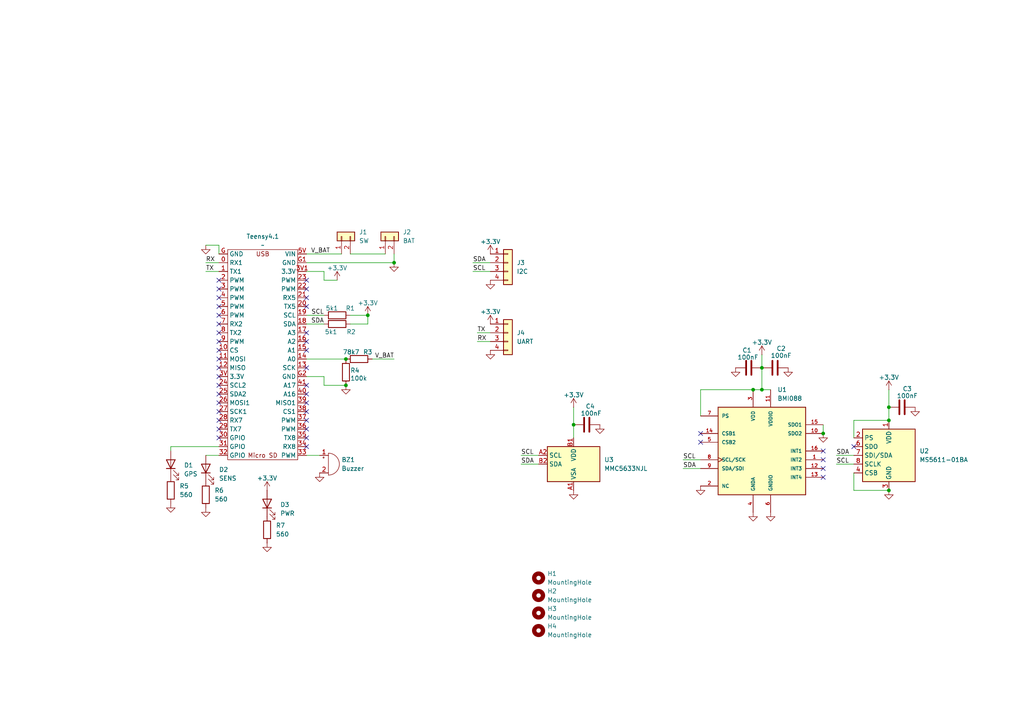
<source format=kicad_sch>
(kicad_sch (version 20250114) (generator "eeschema") (generator_version "9.0")
  (paper "A4")
  (lib_symbols
    (symbol "BMI088:BMI088" (pin_names (offset 1.016))
      (property "Reference" "U" (at 7.62 15.24 0))
      (property "Value" "BMI088" (at 5.08 -15.24 0))
      (symbol "BMI088_0_0"
        (rectangle (start -12.7 12.7) (end 12.7 -12.7) (stroke (width 0.254)) (fill (type background)))
        (pin input line (at -17.78 10.16 0) (length 5.08) (name "PS") (number "7"))
        (pin input line (at -17.78 5.08 0) (length 5.08) (name "CSB1") (number "14"))
        (pin input line (at -17.78 2.54 0) (length 5.08) (name "CSB2") (number "5"))
        (pin input clock (at -17.78 -2.54 0) (length 5.08) (name "SCL/SCK") (number "8"))
        (pin bidirectional line (at -17.78 -5.08 0) (length 5.08) (name "SDA/SDI") (number "9"))
        (pin passive line (at -17.78 -10.16 0) (length 5.08) (name "NC") (number "2"))
        (pin power_in line (at -2.54 17.78 270) (length 5.08) (name "VDD") (number "3"))
        (pin power_in line (at -2.54 -17.78 90) (length 5.08) (name "GNDA") (number "4"))
        (pin power_in line (at 2.54 17.78 270) (length 5.08) (name "VDDIO") (number "11"))
        (pin power_in line (at 2.54 -17.78 90) (length 5.08) (name "GNDIO") (number "6"))
        (pin output line (at 17.78 7.62 180) (length 5.08) (name "SDO1") (number "15"))
        (pin output line (at 17.78 5.08 180) (length 5.08) (name "SDO2") (number "10"))
        (pin bidirectional line (at 17.78 0 180) (length 5.08) (name "INT1") (number "16"))
        (pin bidirectional line (at 17.78 -2.54 180) (length 5.08) (name "INT2") (number "1"))
        (pin bidirectional line (at 17.78 -5.08 180) (length 5.08) (name "INT3") (number "12"))
        (pin bidirectional line (at 17.78 -7.62 180) (length 5.08) (name "INT4") (number "13"))
      )
    )
    (symbol "Connector_Generic:Conn_01x02" (pin_names (offset 1.016) (hide yes))
      (property "Reference" "J" (at 0 2.54 0))
      (property "Value" "Conn_01x02" (at 0 -5.08 0))
      (symbol "Conn_01x02_1_1"
        (rectangle (start -1.27 1.27) (end 1.27 -3.81) (stroke (width 0.254)) (fill (type background)))
        (rectangle (start -1.27 0.127) (end 0 -0.127) (stroke (width 0.1524)))
        (rectangle (start -1.27 -2.413) (end 0 -2.667) (stroke (width 0.1524)))
        (pin passive line (at -5.08 0 0) (length 3.81) (name "Pin_1") (number "1"))
        (pin passive line (at -5.08 -2.54 0) (length 3.81) (name "Pin_2") (number "2"))
      )
    )
    (symbol "Connector_Generic:Conn_01x04" (pin_names (offset 1.016) (hide yes))
      (property "Reference" "J" (at 0 5.08 0))
      (property "Value" "Conn_01x04" (at 0 -7.62 0))
      (symbol "Conn_01x04_1_1"
        (rectangle (start -1.27 3.81) (end 1.27 -6.35) (stroke (width 0.254)) (fill (type background)))
        (rectangle (start -1.27 2.667) (end 0 2.413) (stroke (width 0.1524)))
        (rectangle (start -1.27 0.127) (end 0 -0.127) (stroke (width 0.1524)))
        (rectangle (start -1.27 -2.413) (end 0 -2.667) (stroke (width 0.1524)))
        (rectangle (start -1.27 -4.953) (end 0 -5.207) (stroke (width 0.1524)))
        (pin passive line (at -5.08 2.54 0) (length 3.81) (name "Pin_1") (number "1"))
        (pin passive line (at -5.08 0 0) (length 3.81) (name "Pin_2") (number "2"))
        (pin passive line (at -5.08 -2.54 0) (length 3.81) (name "Pin_3") (number "3"))
        (pin passive line (at -5.08 -5.08 0) (length 3.81) (name "Pin_4") (number "4"))
      )
    )
    (symbol "Device:Buzzer" (pin_names (offset 0.0254) (hide yes))
      (property "Reference" "BZ" (at 3.81 1.27 0))
      (property "Value" "Buzzer" (at 3.81 -1.27 0))
      (symbol "Buzzer_0_1"
        (polyline (pts (xy -1.651 1.905) (xy -1.143 1.905)))
        (polyline (pts (xy -1.397 2.159) (xy -1.397 1.651)))
        (arc (start 0 3.175) (mid 3.1612 0) (end 0 -3.175))
        (polyline (pts (xy 0 3.175) (xy 0 -3.175)))
      )
      (symbol "Buzzer_1_1"
        (pin passive line (at -2.54 2.54 0) (length 2.54) (name "+") (number "1"))
        (pin passive line (at -2.54 -2.54 0) (length 2.54) (name "-") (number "2"))
      )
    )
    (symbol "Device:C" (pin_numbers (hide yes)) (pin_names (offset 0.254))
      (property "Reference" "C" (at 0.635 2.54 0))
      (property "Value" "C" (at 0.635 -2.54 0))
      (symbol "C_0_1"
        (polyline (pts (xy -2.032 0.762) (xy 2.032 0.762)) (stroke (width 0.508)))
        (polyline (pts (xy -2.032 -0.762) (xy 2.032 -0.762)) (stroke (width 0.508)))
      )
      (symbol "C_1_1"
        (pin passive line (at 0 3.81 270) (length 2.794) (name "~") (number "1"))
        (pin passive line (at 0 -3.81 90) (length 2.794) (name "~") (number "2"))
      )
    )
    (symbol "Device:LED" (pin_numbers (hide yes)) (pin_names (offset 1.016) (hide yes))
      (property "Reference" "D" (at 0 2.54 0))
      (property "Value" "LED" (at 0 -2.54 0))
      (symbol "LED_0_1"
        (polyline (pts (xy -3.048 -0.762) (xy -4.572 -2.286) (xy -3.81 -2.286) (xy -4.572 -2.286) (xy -4.572 -1.524)))
        (polyline (pts (xy -1.778 -0.762) (xy -3.302 -2.286) (xy -2.54 -2.286) (xy -3.302 -2.286) (xy -3.302 -1.524)))
        (polyline (pts (xy -1.27 0) (xy 1.27 0)))
        (polyline (pts (xy -1.27 -1.27) (xy -1.27 1.27)) (stroke (width 0.254)))
        (polyline (pts (xy 1.27 -1.27) (xy 1.27 1.27) (xy -1.27 0) (xy 1.27 -1.27)) (stroke (width 0.254)))
      )
      (symbol "LED_1_1"
        (pin passive line (at -3.81 0 0) (length 2.54) (name "K") (number "1"))
        (pin passive line (at 3.81 0 180) (length 2.54) (name "A") (number "2"))
      )
    )
    (symbol "Device:R" (pin_numbers (hide yes)) (pin_names (offset 0))
      (property "Reference" "R" (at 2.032 0 90))
      (property "Value" "R" (at 0 0 90))
      (symbol "R_0_1"
        (rectangle (start -1.016 -2.54) (end 1.016 2.54) (stroke (width 0.254)))
      )
      (symbol "R_1_1"
        (pin passive line (at 0 3.81 270) (length 1.27) (name "~") (number "1"))
        (pin passive line (at 0 -3.81 90) (length 1.27) (name "~") (number "2"))
      )
    )
    (symbol "Mechanical:MountingHole" (pin_names (offset 1.016)) (exclude_from_sim yes) (in_bom no)
      (property "Reference" "H" (at 0 5.08 0))
      (property "Value" "MountingHole" (at 0 3.175 0))
      (symbol "MountingHole_0_1"
        (circle (center 0 0) (radius 1.27) (stroke (width 1.27)))
      )
    )
    (symbol "Sensor_Magnetic:MMC5633NJL"
      (property "Reference" "U" (at -2.54 8.255 0))
      (property "Value" "MMC5633NJL" (at -2.54 6.35 0))
      (symbol "MMC5633NJL_0_1"
        (rectangle (start -7.62 -5.08) (end 7.62 5.08) (stroke (width 0.254)) (fill (type background)))
      )
      (symbol "MMC5633NJL_1_1"
        (pin input line (at -10.16 2.54 0) (length 2.54) (name "SCL") (number "A2"))
        (pin bidirectional line (at -10.16 0 0) (length 2.54) (name "SDA") (number "B2"))
        (pin power_in line (at 0 7.62 270) (length 2.54) (name "VDD") (number "B1"))
        (pin power_in line (at 0 -7.62 90) (length 2.54) (name "VSA") (number "A1"))
      )
    )
    (symbol "Sensor_Pressure:MS5611-01BA"
      (property "Reference" "U" (at -6.35 8.89 0))
      (property "Value" "MS5611-01BA" (at 7.62 8.89 0))
      (symbol "MS5611-01BA_0_1"
        (rectangle (start -7.62 7.62) (end 7.62 -7.62) (stroke (width 0.254)) (fill (type background)))
      )
      (symbol "MS5611-01BA_1_1"
        (pin input line (at -10.16 5.08 0) (length 2.54) (name "PS") (number "2"))
        (pin output line (at -10.16 2.54 0) (length 2.54) (name "SDO") (number "6"))
        (pin bidirectional line (at -10.16 0 0) (length 2.54) (name "SDI/SDA") (number "7"))
        (pin input line (at -10.16 -2.54 0) (length 2.54) (name "SCLK") (number "8"))
        (pin input line (at -10.16 -5.08 0) (length 2.54) (name "CSB") (number "4"))
        (pin input line (at -10.16 -5.08 0) (length 2.54) (hide yes) (name "CSB") (number "5"))
        (pin power_in line (at 0 10.16 270) (length 2.54) (name "VDD") (number "1"))
        (pin power_in line (at 0 -10.16 90) (length 2.54) (name "GND") (number "3"))
      )
    )
    (symbol "power:+3.3V" (power) (pin_numbers (hide yes)) (pin_names (offset 0) (hide yes))
      (property "Value" "+3.3V" (at 0 3.556 0))
      (symbol "+3.3V_0_1"
        (polyline (pts (xy -0.762 1.27) (xy 0 2.54)))
        (polyline (pts (xy 0 2.54) (xy 0.762 1.27)))
        (polyline (pts (xy 0 0) (xy 0 2.54)))
      )
      (symbol "+3.3V_1_1"
        (pin power_in line (at 0 0 90) (length 0) (name "~") (number "1"))
      )
    )
    (symbol "power:GND" (power) (pin_numbers (hide yes)) (pin_names (offset 0) (hide yes))
      (property "Value" "GND" (at 0 -3.81 0))
      (symbol "GND_0_1"
        (polyline (pts (xy 0 0) (xy 0 -1.27) (xy 1.27 -1.27) (xy 0 -2.54) (xy -1.27 -1.27) (xy 0 -1.27)))
      )
      (symbol "GND_1_1"
        (pin power_in line (at 0 0 270) (length 0) (name "~") (number "1"))
      )
    )
    (symbol "teensy:Teensy4.1"
      (property "Reference" "Teensy4.1" (at 0 0 90))
      (symbol "Teensy4.1_0_1"
        (rectangle (start -10.16 30.48) (end 10.16 -30.48))
      )
      (symbol "Teensy4.1_1_1"
        (text "USB" (at 0 29.21 0) (effects (font (size 1.27 1.27))))
        (text "Micro SD" (at 0 -29.21 0) (effects (font (size 1.27 1.27))))
        (pin input line (at -12.7 29.21 0) (length 2.54) (name "GND") (number "G"))
        (pin input line (at -12.7 26.67 0) (length 2.54) (name "RX1") (number "0"))
        (pin input line (at -12.7 24.13 0) (length 2.54) (name "TX1") (number "1"))
        (pin input line (at -12.7 21.59 0) (length 2.54) (name "PWM") (number "2"))
        (pin input line (at -12.7 19.05 0) (length 2.54) (name "PWM") (number "3"))
        (pin input line (at -12.7 16.51 0) (length 2.54) (name "PWM") (number "4"))
        (pin input line (at -12.7 13.97 0) (length 2.54) (name "PWM") (number "5"))
        (pin input line (at -12.7 11.43 0) (length 2.54) (name "PWM") (number "6"))
        (pin input line (at -12.7 8.89 0) (length 2.54) (name "RX2") (number "7"))
        (pin input line (at -12.7 6.35 0) (length 2.54) (name "TX2") (number "8"))
        (pin input line (at -12.7 3.81 0) (length 2.54) (name "PWM") (number "9"))
        (pin input line (at -12.7 1.27 0) (length 2.54) (name "CS") (number "10"))
        (pin input line (at -12.7 -1.27 0) (length 2.54) (name "MOSI") (number "11"))
        (pin input line (at -12.7 -3.81 0) (length 2.54) (name "MISO") (number "12"))
        (pin input line (at -12.7 -6.35 0) (length 2.54) (name "3.3V") (number "3V"))
        (pin input line (at -12.7 -8.89 0) (length 2.54) (name "SCL2") (number "24"))
        (pin input line (at -12.7 -11.43 0) (length 2.54) (name "SDA2") (number "25"))
        (pin input line (at -12.7 -13.97 0) (length 2.54) (name "MOSI1") (number "26"))
        (pin input line (at -12.7 -16.51 0) (length 2.54) (name "SCK1") (number "27"))
        (pin input line (at -12.7 -19.05 0) (length 2.54) (name "RX7") (number "28"))
        (pin input line (at -12.7 -21.59 0) (length 2.54) (name "TX7") (number "29"))
        (pin input line (at -12.7 -24.13 0) (length 2.54) (name "GPIO") (number "30"))
        (pin input line (at -12.7 -26.67 0) (length 2.54) (name "GPIO") (number "31"))
        (pin input line (at -12.7 -29.21 0) (length 2.54) (name "GPIO") (number "32"))
        (pin input line (at 12.7 29.21 180) (length 2.54) (name "VIN") (number "5V"))
        (pin input line (at 12.7 26.67 180) (length 2.54) (name "GND") (number "G1"))
        (pin input line (at 12.7 24.13 180) (length 2.54) (name "3.3V") (number "3V1"))
        (pin input line (at 12.7 21.59 180) (length 2.54) (name "PWM") (number "23"))
        (pin input line (at 12.7 19.05 180) (length 2.54) (name "PWM") (number "22"))
        (pin input line (at 12.7 16.51 180) (length 2.54) (name "RX5") (number "21"))
        (pin input line (at 12.7 13.97 180) (length 2.54) (name "TX5") (number "20"))
        (pin input line (at 12.7 11.43 180) (length 2.54) (name "SCL") (number "19"))
        (pin input line (at 12.7 8.89 180) (length 2.54) (name "SDA") (number "18"))
        (pin input line (at 12.7 6.35 180) (length 2.54) (name "A3") (number "17"))
        (pin input line (at 12.7 3.81 180) (length 2.54) (name "A2") (number "16"))
        (pin input line (at 12.7 1.27 180) (length 2.54) (name "A1") (number "15"))
        (pin input line (at 12.7 -1.27 180) (length 2.54) (name "A0") (number "14"))
        (pin input line (at 12.7 -3.81 180) (length 2.54) (name "SCK") (number "13"))
        (pin input line (at 12.7 -6.35 180) (length 2.54) (name "GND") (number "G2"))
        (pin input line (at 12.7 -8.89 180) (length 2.54) (name "A17") (number "41"))
        (pin input line (at 12.7 -11.43 180) (length 2.54) (name "A16") (number "40"))
        (pin input line (at 12.7 -13.97 180) (length 2.54) (name "MISO1") (number "39"))
        (pin input line (at 12.7 -16.51 180) (length 2.54) (name "CS1") (number "38"))
        (pin input line (at 12.7 -19.05 180) (length 2.54) (name "PWM") (number "37"))
        (pin input line (at 12.7 -21.59 180) (length 2.54) (name "PWM") (number "36"))
        (pin input line (at 12.7 -24.13 180) (length 2.54) (name "TX8") (number "35"))
        (pin input line (at 12.7 -26.67 180) (length 2.54) (name "RX8") (number "34"))
        (pin input line (at 12.7 -29.21 180) (length 2.54) (name "PWM") (number "33"))
      )
    )
  )
  (junction (at 106.68 91.44))
  (junction (at 238.76 125.73))
  (junction (at 166.37 123.19))
  (junction (at 257.81 142.24))
  (junction (at 257.81 121.92))
  (junction (at 114.3 76.2))
  (junction (at 100.33 111.76))
  (junction (at 220.98 106.68))
  (junction (at 100.33 104.14))
  (junction (at 218.44 113.03))
  (junction (at 257.81 118.11))
  (junction (at 220.98 113.03))
  (no_connect (at 63.5 88.9))
  (no_connect (at 63.5 106.68))
  (no_connect (at 88.9 124.46))
  (no_connect (at 63.5 101.6))
  (no_connect (at 203.2 125.73))
  (no_connect (at 88.9 129.54))
  (no_connect (at 88.9 96.52))
  (no_connect (at 63.5 86.36))
  (no_connect (at 63.5 109.22))
  (no_connect (at 238.76 133.35))
  (no_connect (at 238.76 135.89))
  (no_connect (at 88.9 83.82))
  (no_connect (at 63.5 93.98))
  (no_connect (at 63.5 83.82))
  (no_connect (at 88.9 111.76))
  (no_connect (at 88.9 99.06))
  (no_connect (at 88.9 127))
  (no_connect (at 63.5 127))
  (no_connect (at 88.9 119.38))
  (no_connect (at 88.9 106.68))
  (no_connect (at 63.5 119.38))
  (no_connect (at 88.9 116.84))
  (no_connect (at 247.65 129.54))
  (no_connect (at 203.2 128.27))
  (no_connect (at 63.5 114.3))
  (no_connect (at 63.5 116.84))
  (no_connect (at 63.5 121.92))
  (no_connect (at 88.9 121.92))
  (no_connect (at 88.9 86.36))
  (no_connect (at 88.9 88.9))
  (no_connect (at 63.5 81.28))
  (no_connect (at 63.5 124.46))
  (no_connect (at 88.9 81.28))
  (no_connect (at 63.5 91.44))
  (no_connect (at 63.5 104.14))
  (no_connect (at 63.5 111.76))
  (no_connect (at 238.76 130.81))
  (no_connect (at 88.9 101.6))
  (no_connect (at 63.5 96.52))
  (no_connect (at 63.5 99.06))
  (no_connect (at 238.76 138.43))
  (no_connect (at 88.9 114.3))
  (wire (pts (xy 49.53 129.54) (xy 49.53 130.81)))
  (wire (pts (xy 218.44 113.03) (xy 220.98 113.03)))
  (wire (pts (xy 114.3 104.14) (xy 107.95 104.14)))
  (wire (pts (xy 93.98 78.74) (xy 93.98 81.28)))
  (wire (pts (xy 59.69 76.2) (xy 63.5 76.2)))
  (wire (pts (xy 166.37 123.19) (xy 166.37 127)))
  (wire (pts (xy 198.12 133.35) (xy 203.2 133.35)))
  (wire (pts (xy 203.2 113.03) (xy 218.44 113.03)))
  (wire (pts (xy 257.81 113.03) (xy 257.81 118.11)))
  (wire (pts (xy 88.9 73.66) (xy 99.06 73.66)))
  (wire (pts (xy 138.43 96.52) (xy 142.24 96.52)))
  (wire (pts (xy 198.12 135.89) (xy 203.2 135.89)))
  (wire (pts (xy 138.43 99.06) (xy 142.24 99.06)))
  (wire (pts (xy 93.98 111.76) (xy 100.33 111.76)))
  (wire (pts (xy 137.16 76.2) (xy 142.24 76.2)))
  (wire (pts (xy 242.57 132.08) (xy 247.65 132.08)))
  (wire (pts (xy 88.9 78.74) (xy 93.98 78.74)))
  (wire (pts (xy 93.98 109.22) (xy 88.9 109.22)))
  (wire (pts (xy 220.98 113.03) (xy 223.52 113.03)))
  (wire (pts (xy 88.9 104.14) (xy 100.33 104.14)))
  (wire (pts (xy 88.9 76.2) (xy 114.3 76.2)))
  (wire (pts (xy 101.6 73.66) (xy 111.76 73.66)))
  (wire (pts (xy 151.13 134.62) (xy 156.21 134.62)))
  (wire (pts (xy 63.5 71.12) (xy 63.5 73.66)))
  (wire (pts (xy 257.81 118.11) (xy 257.81 121.92)))
  (wire (pts (xy 59.69 132.08) (xy 63.5 132.08)))
  (wire (pts (xy 59.69 71.12) (xy 63.5 71.12)))
  (wire (pts (xy 247.65 127) (xy 247.65 121.92)))
  (wire (pts (xy 88.9 132.08) (xy 92.71 132.08)))
  (wire (pts (xy 220.98 102.87) (xy 220.98 106.68)))
  (wire (pts (xy 247.65 121.92) (xy 257.81 121.92)))
  (wire (pts (xy 106.68 91.44) (xy 106.68 93.98)))
  (wire (pts (xy 93.98 93.98) (xy 88.9 93.98)))
  (wire (pts (xy 203.2 120.65) (xy 203.2 113.03)))
  (wire (pts (xy 242.57 134.62) (xy 247.65 134.62)))
  (wire (pts (xy 93.98 111.76) (xy 93.98 109.22)))
  (wire (pts (xy 220.98 106.68) (xy 220.98 113.03)))
  (wire (pts (xy 247.65 137.16) (xy 247.65 142.24)))
  (wire (pts (xy 59.69 78.74) (xy 63.5 78.74)))
  (wire (pts (xy 93.98 91.44) (xy 88.9 91.44)))
  (wire (pts (xy 247.65 142.24) (xy 257.81 142.24)))
  (wire (pts (xy 151.13 132.08) (xy 156.21 132.08)))
  (wire (pts (xy 106.68 93.98) (xy 101.6 93.98)))
  (wire (pts (xy 114.3 76.2) (xy 114.3 73.66)))
  (wire (pts (xy 166.37 118.11) (xy 166.37 123.19)))
  (wire (pts (xy 101.6 91.44) (xy 106.68 91.44)))
  (wire (pts (xy 63.5 129.54) (xy 49.53 129.54)))
  (wire (pts (xy 93.98 81.28) (xy 97.79 81.28)))
  (wire (pts (xy 238.76 123.19) (xy 238.76 125.73)))
  (wire (pts (xy 137.16 78.74) (xy 142.24 78.74)))
  (label "SDA" (at 137.16 76.2 0))
  (label "SDA" (at 198.12 135.89 0))
  (label "SCL" (at 198.12 133.35 0))
  (label "SCL" (at 151.13 132.08 0))
  (label "SDA" (at 242.57 132.08 0))
  (label "SDA" (at 151.13 134.62 0))
  (label "SCL" (at 93.98 91.44 180))
  (label "SCL" (at 242.57 134.62 0))
  (label "TX" (at 138.43 96.52 0))
  (label "RX" (at 138.43 99.06 0))
  (label "V_BAT" (at 114.3 104.14 180))
  (label "V_BAT" (at 90.17 73.66 0))
  (label "SCL" (at 137.16 78.74 0))
  (label "SDA" (at 93.98 93.98 180))
  (label "RX" (at 59.69 76.2 0))
  (label "TX" (at 59.69 78.74 0))
  (symbol (lib_id "Device:LED") (at 59.69 135.89 90) (unit 1)
    (property "Reference" "D2" (at 63.5 136.2074 90) (effects (justify right)))
    (property "Value" "SENS" (at 63.5 138.7474 90) (effects (justify right)))
    (property "Footprint" "LED_SMD:LED_0805_2012Metric" (effects (hide yes)))
    (property "Description" "Light emitting diode" (effects (hide yes)))
    (property "Sim.Pins" "1=K 2=A" (effects (hide yes)))
  )
  (symbol (lib_id "power:GND") (at 92.71 137.16 0) (unit 1)
    (property "Reference" "#PWR018" (effects (hide yes)))
    (property "Value" "GND" (effects (hide yes)))
    (property "Description" "Power symbol creates a global label with name \"GND\" , ground" (effects (hide yes)))
  )
  (symbol (lib_id "teensy:Teensy4.1") (at 76.2 102.87 0) (unit 1)
    (property "Reference" "Teensy4.1" (at 76.2 68.58 0))
    (property "Value" "~" (at 76.2 71.12 0))
    (property "Footprint" "footprint:teensy" (effects (hide yes)))
  )
  (symbol (lib_id "power:GND") (at 166.37 142.24 0) (unit 1)
    (property "Reference" "#PWR021" (effects (hide yes)))
    (property "Value" "GND" (effects (hide yes)))
    (property "Description" "Power symbol creates a global label with name \"GND\" , ground" (effects (hide yes)))
  )
  (symbol (lib_id "power:GND") (at 142.24 101.6 0) (mirror y) (unit 1)
    (property "Reference" "#PWR08" (effects (hide yes)))
    (property "Value" "GND" (effects (hide yes)))
    (property "Description" "Power symbol creates a global label with name \"GND\" , ground" (effects (hide yes)))
  )
  (symbol (lib_id "power:+3.3V") (at 142.24 73.66 0) (mirror y) (unit 1)
    (property "Reference" "#PWR02" (effects (hide yes)))
    (property "Value" "+3.3V" (at 142.24 70.104 0))
    (property "Description" "Power symbol creates a global label with name \"+3.3V\"" (effects (hide yes)))
  )
  (symbol (lib_id "power:GND") (at 59.69 71.12 0) (unit 1)
    (property "Reference" "#PWR01" (effects (hide yes)))
    (property "Value" "GND" (effects (hide yes)))
    (property "Description" "Power symbol creates a global label with name \"GND\" , ground" (effects (hide yes)))
  )
  (symbol (lib_id "Device:R") (at 100.33 107.95 0) (unit 1)
    (property "Reference" "R4" (at 101.6 107.442 0) (effects (justify left)))
    (property "Value" "100k" (at 101.6 109.728 0) (effects (justify left)))
    (property "Footprint" "Resistor_SMD:R_0603_1608Metric" (effects (hide yes)))
    (property "Description" "Resistor" (effects (hide yes)))
  )
  (symbol (lib_id "power:GND") (at 213.36 106.68 0) (mirror y) (unit 1)
    (property "Reference" "#PWR010" (effects (hide yes)))
    (property "Value" "GND" (effects (hide yes)))
    (property "Description" "Power symbol creates a global label with name \"GND\" , ground" (effects (hide yes)))
  )
  (symbol (lib_id "Device:LED") (at 77.47 146.05 90) (unit 1)
    (property "Reference" "D3" (at 81.28 146.3674 90) (effects (justify right)))
    (property "Value" "PWR" (at 81.28 148.9074 90) (effects (justify right)))
    (property "Footprint" "LED_SMD:LED_0805_2012Metric" (effects (hide yes)))
    (property "Description" "Light emitting diode" (effects (hide yes)))
    (property "Sim.Pins" "1=K 2=A" (effects (hide yes)))
  )
  (symbol (lib_id "power:GND") (at 238.76 125.73 0) (unit 1)
    (property "Reference" "#PWR017" (effects (hide yes)))
    (property "Value" "GND" (effects (hide yes)))
    (property "Description" "Power symbol creates a global label with name \"GND\" , ground" (effects (hide yes)))
  )
  (symbol (lib_id "Device:R") (at 49.53 142.24 0) (unit 1)
    (property "Reference" "R5" (at 52.07 140.9699 0) (effects (justify left)))
    (property "Value" "560" (at 52.07 143.5099 0) (effects (justify left)))
    (property "Footprint" "Resistor_SMD:R_0603_1608Metric" (effects (hide yes)))
    (property "Description" "Resistor" (effects (hide yes)))
  )
  (symbol (lib_id "power:GND") (at 142.24 81.28 0) (mirror y) (unit 1)
    (property "Reference" "#PWR05" (effects (hide yes)))
    (property "Value" "GND" (effects (hide yes)))
    (property "Description" "Power symbol creates a global label with name \"GND\" , ground" (effects (hide yes)))
  )
  (symbol (lib_id "power:+3.3V") (at 97.79 81.28 0) (unit 1)
    (property "Reference" "#PWR04" (effects (hide yes)))
    (property "Value" "+3.3V" (at 97.79 77.724 0))
    (property "Description" "Power symbol creates a global label with name \"+3.3V\"" (effects (hide yes)))
  )
  (symbol (lib_id "power:GND") (at 223.52 148.59 0) (unit 1)
    (property "Reference" "#PWR026" (effects (hide yes)))
    (property "Value" "GND" (effects (hide yes)))
    (property "Description" "Power symbol creates a global label with name \"GND\" , ground" (effects (hide yes)))
  )
  (symbol (lib_id "power:+3.3V") (at 77.47 142.24 0) (unit 1)
    (property "Reference" "#PWR020" (effects (hide yes)))
    (property "Value" "+3.3V" (at 77.47 138.684 0))
    (property "Description" "Power symbol creates a global label with name \"+3.3V\"" (effects (hide yes)))
  )
  (symbol (lib_id "power:+3.3V") (at 257.81 113.03 0) (unit 1)
    (property "Reference" "#PWR013" (effects (hide yes)))
    (property "Value" "+3.3V" (at 257.81 109.474 0))
    (property "Description" "Power symbol creates a global label with name \"+3.3V\"" (effects (hide yes)))
  )
  (symbol (lib_id "power:GND") (at 173.99 123.19 0) (unit 1)
    (property "Reference" "#PWR016" (effects (hide yes)))
    (property "Value" "GND" (effects (hide yes)))
    (property "Description" "Power symbol creates a global label with name \"GND\" , ground" (effects (hide yes)))
  )
  (symbol (lib_id "Device:C") (at 170.18 123.19 90) (unit 1)
    (property "Reference" "C4" (at 171.196 117.856 90))
    (property "Value" "100nF" (at 171.45 119.888 90))
    (property "Footprint" "Capacitor_SMD:C_0603_1608Metric" (effects (hide yes)))
    (property "Description" "Unpolarized capacitor" (effects (hide yes)))
  )
  (symbol (lib_id "power:+3.3V") (at 166.37 118.11 0) (unit 1)
    (property "Reference" "#PWR014" (effects (hide yes)))
    (property "Value" "+3.3V" (at 166.37 114.554 0))
    (property "Description" "Power symbol creates a global label with name \"+3.3V\"" (effects (hide yes)))
  )
  (symbol (lib_id "Device:C") (at 261.62 118.11 90) (unit 1)
    (property "Reference" "C3" (at 263.144 112.776 90))
    (property "Value" "100nF" (at 263.144 114.808 90))
    (property "Footprint" "Capacitor_SMD:C_0603_1608Metric" (effects (hide yes)))
    (property "Description" "Unpolarized capacitor" (effects (hide yes)))
  )
  (symbol (lib_id "Device:R") (at 77.47 153.67 0) (unit 1)
    (property "Reference" "R7" (at 80.01 152.3999 0) (effects (justify left)))
    (property "Value" "560" (at 80.01 154.9399 0) (effects (justify left)))
    (property "Footprint" "Resistor_SMD:R_0603_1608Metric" (effects (hide yes)))
    (property "Description" "Resistor" (effects (hide yes)))
  )
  (symbol (lib_id "Connector_Generic:Conn_01x04") (at 147.32 76.2 0) (unit 1)
    (property "Reference" "J3" (at 149.86 76.1999 0) (effects (justify left)))
    (property "Value" "I2C" (at 149.86 78.7399 0) (effects (justify left)))
    (property "Footprint" "Connector_JST:JST_XH_B4B-XH-A_1x04_P2.50mm_Vertical" (effects (hide yes)))
    (property "Description" "Generic connector, single row, 01x04, script generated (kicad-library-utils/schlib/autogen/connector/)" (effects (hide yes)))
  )
  (symbol (lib_id "Device:LED") (at 49.53 134.62 90) (unit 1)
    (property "Reference" "D1" (at 53.34 134.9374 90) (effects (justify right)))
    (property "Value" "GPS" (at 53.34 137.4774 90) (effects (justify right)))
    (property "Footprint" "LED_SMD:LED_0805_2012Metric" (effects (hide yes)))
    (property "Description" "Light emitting diode" (effects (hide yes)))
    (property "Sim.Pins" "1=K 2=A" (effects (hide yes)))
  )
  (symbol (lib_id "Device:R") (at 59.69 143.51 0) (unit 1)
    (property "Reference" "R6" (at 62.23 142.2399 0) (effects (justify left)))
    (property "Value" "560" (at 62.23 144.7799 0) (effects (justify left)))
    (property "Footprint" "Resistor_SMD:R_0603_1608Metric" (effects (hide yes)))
    (property "Description" "Resistor" (effects (hide yes)))
  )
  (symbol (lib_id "Mechanical:MountingHole") (at 156.21 182.88 0) (unit 1) (exclude_from_sim yes) (in_bom no)
    (property "Reference" "H4" (at 158.75 181.6099 0) (effects (justify left)))
    (property "Value" "MountingHole" (at 158.75 184.1499 0) (effects (justify left)))
    (property "Footprint" "MountingHole:MountingHole_3.2mm_M3" (effects (hide yes)))
    (property "Description" "Mounting Hole without connection" (effects (hide yes)))
  )
  (symbol (lib_id "Device:Buzzer") (at 95.25 134.62 0) (unit 1)
    (property "Reference" "BZ1" (at 99.06 133.3499 0) (effects (justify left)))
    (property "Value" "Buzzer" (at 99.06 135.8899 0) (effects (justify left)))
    (property "Footprint" "Avionics:Adafruit_Buzzer" (effects (hide yes)))
    (property "Description" "Buzzer, polarized" (effects (hide yes)))
  )
  (symbol (lib_id "power:+3.3V") (at 142.24 93.98 0) (mirror y) (unit 1)
    (property "Reference" "#PWR07" (effects (hide yes)))
    (property "Value" "+3.3V" (at 142.24 90.424 0))
    (property "Description" "Power symbol creates a global label with name \"+3.3V\"" (effects (hide yes)))
  )
  (symbol (lib_id "Device:R") (at 104.14 104.14 90) (unit 1)
    (property "Reference" "R3" (at 106.68 102.108 90))
    (property "Value" "78k7" (at 101.854 102.108 90))
    (property "Footprint" "Resistor_SMD:R_0603_1608Metric" (effects (hide yes)))
    (property "Description" "Resistor" (effects (hide yes)))
  )
  (symbol (lib_id "power:GND") (at 49.53 146.05 0) (unit 1)
    (property "Reference" "#PWR023" (effects (hide yes)))
    (property "Value" "GND" (effects (hide yes)))
    (property "Description" "Power symbol creates a global label with name \"GND\" , ground" (effects (hide yes)))
  )
  (symbol (lib_id "power:GND") (at 203.2 140.97 0) (unit 1)
    (property "Reference" "#PWR019" (effects (hide yes)))
    (property "Value" "GND" (effects (hide yes)))
    (property "Description" "Power symbol creates a global label with name \"GND\" , ground" (effects (hide yes)))
  )
  (symbol (lib_id "Device:C") (at 217.17 106.68 270) (mirror x) (unit 1)
    (property "Reference" "C1" (at 216.662 101.6 90))
    (property "Value" "100nF" (at 216.916 103.632 90))
    (property "Footprint" "Capacitor_SMD:C_0603_1608Metric" (effects (hide yes)))
    (property "Description" "Unpolarized capacitor" (effects (hide yes)))
  )
  (symbol (lib_id "Device:C") (at 224.79 106.68 90) (unit 1)
    (property "Reference" "C2" (at 226.568 101.092 90))
    (property "Value" "100nF" (at 226.568 103.124 90))
    (property "Footprint" "Capacitor_SMD:C_0603_1608Metric" (effects (hide yes)))
    (property "Description" "Unpolarized capacitor" (effects (hide yes)))
  )
  (symbol (lib_id "Mechanical:MountingHole") (at 156.21 172.72 0) (unit 1) (exclude_from_sim yes) (in_bom no)
    (property "Reference" "H2" (at 158.75 171.4499 0) (effects (justify left)))
    (property "Value" "MountingHole" (at 158.75 173.9899 0) (effects (justify left)))
    (property "Footprint" "MountingHole:MountingHole_3.2mm_M3" (effects (hide yes)))
    (property "Description" "Mounting Hole without connection" (effects (hide yes)))
  )
  (symbol (lib_id "Connector_Generic:Conn_01x04") (at 147.32 96.52 0) (unit 1)
    (property "Reference" "J4" (at 149.86 96.5199 0) (effects (justify left)))
    (property "Value" "UART" (at 149.86 99.0599 0) (effects (justify left)))
    (property "Footprint" "Connector_JST:JST_XH_B4B-XH-A_1x04_P2.50mm_Vertical" (effects (hide yes)))
    (property "Description" "Generic connector, single row, 01x04, script generated (kicad-library-utils/schlib/autogen/connector/)" (effects (hide yes)))
  )
  (symbol (lib_id "Sensor_Magnetic:MMC5633NJL") (at 166.37 134.62 0) (unit 1)
    (property "Reference" "U3" (at 175.26 133.3499 0) (effects (justify left)))
    (property "Value" "MMC5633NJL" (at 175.26 135.8899 0) (effects (justify left)))
    (property "Footprint" "Package_BGA:WLP-4_0.86x0.86mm_P0.4mm" (effects (hide yes)))
    (property "Datasheet" "http://www.memsic.com/uploadfiles/2020/08/20200827165106864.pdf" (effects (hide yes)))
    (property "Description" "3-axis AMR Magnetometer, 30 G, I2C & I3C  Interface, 2mG RMS, WLP-4" (effects (hide yes)))
  )
  (symbol (lib_id "BMI088:BMI088") (at 220.98 130.81 0) (unit 1)
    (property "Reference" "U1" (at 225.4886 113.03 0) (effects (justify left)))
    (property "Value" "BMI088" (at 225.4886 115.57 0) (effects (justify left)))
    (property "Footprint" "BMI088:PQFN50P450X300X100-16N" (effects (hide yes)))
    (property "Description" "Accelerometer, Gyroscope, 6 Axis Sensor I²C, SPI Output" (effects (hide yes)))
    (property "MF" "Bosch Sensortec" (effects (hide yes)))
    (property "PURCHASE-URL" "https://pricing.snapeda.com/search/part/BMI088/?ref=eda" (effects (hide yes)))
    (property "PACKAGE" "VFLGA-16 Bosch Sensortec" (effects (hide yes)))
    (property "PRICE" "None" (effects (hide yes)))
    (property "MP" "BMI088" (effects (hide yes)))
    (property "AVAILABILITY" "In Stock" (effects (hide yes)))
  )
  (symbol (lib_id "power:GND") (at 100.33 111.76 0) (unit 1)
    (property "Reference" "#PWR012" (effects (hide yes)))
    (property "Value" "GND" (effects (hide yes)))
    (property "Description" "Power symbol creates a global label with name \"GND\" , ground" (effects (hide yes)))
  )
  (symbol (lib_id "power:GND") (at 114.3 76.2 0) (unit 1)
    (property "Reference" "#PWR03" (effects (hide yes)))
    (property "Value" "GND" (effects (hide yes)))
    (property "Description" "Power symbol creates a global label with name \"GND\" , ground" (effects (hide yes)))
  )
  (symbol (lib_id "power:GND") (at 59.69 147.32 0) (unit 1)
    (property "Reference" "#PWR024" (effects (hide yes)))
    (property "Value" "GND" (effects (hide yes)))
    (property "Description" "Power symbol creates a global label with name \"GND\" , ground" (effects (hide yes)))
  )
  (symbol (lib_id "power:GND") (at 228.6 106.68 0) (unit 1)
    (property "Reference" "#PWR011" (effects (hide yes)))
    (property "Value" "GND" (effects (hide yes)))
    (property "Description" "Power symbol creates a global label with name \"GND\" , ground" (effects (hide yes)))
  )
  (symbol (lib_id "Mechanical:MountingHole") (at 156.21 167.64 0) (unit 1) (exclude_from_sim yes) (in_bom no)
    (property "Reference" "H1" (at 158.75 166.3699 0) (effects (justify left)))
    (property "Value" "MountingHole" (at 158.75 168.9099 0) (effects (justify left)))
    (property "Footprint" "MountingHole:MountingHole_3.2mm_M3" (effects (hide yes)))
    (property "Description" "Mounting Hole without connection" (effects (hide yes)))
  )
  (symbol (lib_id "Connector_Generic:Conn_01x02") (at 99.06 68.58 90) (unit 1)
    (property "Reference" "J1" (at 104.14 67.3099 90) (effects (justify right)))
    (property "Value" "SW" (at 104.14 69.8499 90) (effects (justify right)))
    (property "Footprint" "Connector_JST:JST_XH_B2B-XH-A_1x02_P2.50mm_Vertical" (effects (hide yes)))
    (property "Description" "Generic connector, single row, 01x02, script generated (kicad-library-utils/schlib/autogen/connector/)" (effects (hide yes)))
  )
  (symbol (lib_id "Device:R") (at 97.79 93.98 90) (unit 1)
    (property "Reference" "R2" (at 101.854 96.266 90))
    (property "Value" "5k1" (at 96.012 96.266 90))
    (property "Footprint" "Resistor_SMD:R_0603_1608Metric" (effects (hide yes)))
    (property "Description" "Resistor" (effects (hide yes)))
  )
  (symbol (lib_id "power:+3.3V") (at 106.68 91.44 0) (unit 1)
    (property "Reference" "#PWR06" (effects (hide yes)))
    (property "Value" "+3.3V" (at 106.68 87.884 0))
    (property "Description" "Power symbol creates a global label with name \"+3.3V\"" (effects (hide yes)))
  )
  (symbol (lib_id "power:GND") (at 265.43 118.11 0) (unit 1)
    (property "Reference" "#PWR015" (effects (hide yes)))
    (property "Value" "GND" (effects (hide yes)))
    (property "Description" "Power symbol creates a global label with name \"GND\" , ground" (effects (hide yes)))
  )
  (symbol (lib_id "Connector_Generic:Conn_01x02") (at 111.76 68.58 90) (unit 1)
    (property "Reference" "J2" (at 116.84 67.3099 90) (effects (justify right)))
    (property "Value" "BAT" (at 116.84 69.8499 90) (effects (justify right)))
    (property "Footprint" "Connector_JST:JST_XH_B2B-XH-A_1x02_P2.50mm_Vertical" (effects (hide yes)))
    (property "Description" "Generic connector, single row, 01x02, script generated (kicad-library-utils/schlib/autogen/connector/)" (effects (hide yes)))
  )
  (symbol (lib_id "Device:R") (at 97.79 91.44 90) (unit 1)
    (property "Reference" "R1" (at 101.6 89.408 90))
    (property "Value" "5k1" (at 96.266 89.408 90))
    (property "Footprint" "Resistor_SMD:R_0603_1608Metric" (effects (hide yes)))
    (property "Description" "Resistor" (effects (hide yes)))
  )
  (symbol (lib_id "Sensor_Pressure:MS5611-01BA") (at 257.81 132.08 0) (unit 1)
    (property "Reference" "U2" (at 266.7 130.8099 0) (effects (justify left)))
    (property "Value" "MS5611-01BA" (at 266.7 133.3499 0) (effects (justify left)))
    (property "Footprint" "Package_LGA:LGA-8_3x5mm_P1.25mm" (effects (hide yes)))
    (property "Datasheet" "https://www.te.com/commerce/DocumentDelivery/DDEController?Action=srchrtrv&DocNm=MS5611-01BA03&DocType=Data+Sheet&DocLang=English" (effects (hide yes)))
    (property "Description" "Barometric pressure sensor, 10cm resolution, 10 to 1200 mbar, I2C and SPI interface up to 20MHz, LGA-8" (effects (hide yes)))
  )
  (symbol (lib_id "Mechanical:MountingHole") (at 156.21 177.8 0) (unit 1) (exclude_from_sim yes) (in_bom no)
    (property "Reference" "H3" (at 158.75 176.5299 0) (effects (justify left)))
    (property "Value" "MountingHole" (at 158.75 179.0699 0) (effects (justify left)))
    (property "Footprint" "MountingHole:MountingHole_3.2mm_M3" (effects (hide yes)))
    (property "Description" "Mounting Hole without connection" (effects (hide yes)))
  )
  (symbol (lib_id "power:GND") (at 218.44 148.59 0) (unit 1)
    (property "Reference" "#PWR025" (effects (hide yes)))
    (property "Value" "GND" (effects (hide yes)))
    (property "Description" "Power symbol creates a global label with name \"GND\" , ground" (effects (hide yes)))
  )
  (symbol (lib_id "power:+3.3V") (at 220.98 102.87 0) (unit 1)
    (property "Reference" "#PWR09" (effects (hide yes)))
    (property "Value" "+3.3V" (at 220.98 99.314 0))
    (property "Description" "Power symbol creates a global label with name \"+3.3V\"" (effects (hide yes)))
  )
  (symbol (lib_id "power:GND") (at 257.81 142.24 0) (unit 1)
    (property "Reference" "#PWR022" (effects (hide yes)))
    (property "Value" "GND" (effects (hide yes)))
    (property "Description" "Power symbol creates a global label with name \"GND\" , ground" (effects (hide yes)))
  )
  (symbol (lib_id "power:GND") (at 77.47 157.48 0) (unit 1)
    (property "Reference" "#PWR027" (effects (hide yes)))
    (property "Value" "GND" (effects (hide yes)))
    (property "Description" "Power symbol creates a global label with name \"GND\" , ground" (effects (hide yes)))
  )
)
</source>
